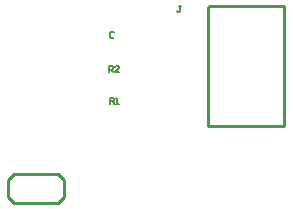
<source format=gto>
%FSLAX23Y23*%
%MOIN*%
G70*
G01*
G75*
%ADD10R,0.118X0.039*%
%ADD11R,0.118X0.059*%
%ADD12R,0.020X0.024*%
%ADD13C,0.010*%
%ADD14C,0.030*%
%ADD15C,0.060*%
%ADD16C,0.236*%
%ADD17C,0.039*%
%ADD18C,0.005*%
D13*
X1465Y375D02*
Y775D01*
X1215D02*
X1465D01*
X1210Y770D02*
X1215Y775D01*
X1210Y375D02*
Y770D01*
Y375D02*
X1465D01*
X565Y120D02*
X695D01*
X545Y140D02*
X565Y120D01*
X545Y140D02*
Y195D01*
X565Y215D01*
X710D01*
X730Y195D01*
Y140D02*
Y195D01*
X710Y120D02*
X730Y140D01*
X695Y120D02*
X710D01*
D18*
X898Y687D02*
X895Y690D01*
X888D01*
X885Y687D01*
Y673D01*
X888Y670D01*
X895D01*
X898Y673D01*
X1121Y775D02*
X1115D01*
X1118D01*
Y758D01*
X1115Y755D01*
X1111D01*
X1108Y758D01*
X885Y450D02*
Y470D01*
X895D01*
X898Y467D01*
Y460D01*
X895Y457D01*
X885D01*
X892D02*
X898Y450D01*
X905D02*
X912D01*
X908D01*
Y470D01*
X905Y467D01*
X880Y555D02*
Y575D01*
X890D01*
X893Y572D01*
Y565D01*
X890Y562D01*
X880D01*
X887D02*
X893Y555D01*
X913D02*
X900D01*
X913Y568D01*
Y572D01*
X910Y575D01*
X903D01*
X900Y572D01*
M02*

</source>
